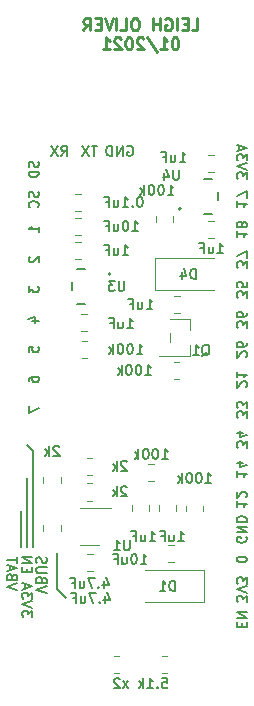
<source format=gbr>
%TF.GenerationSoftware,KiCad,Pcbnew,5.99.0-unknown-fc7f1d1d86~106~ubuntu20.04.1*%
%TF.CreationDate,2021-01-14T15:04:19+11:00*%
%TF.ProjectId,esp32-s2-feather,65737033-322d-4733-922d-666561746865,rev?*%
%TF.SameCoordinates,Original*%
%TF.FileFunction,Legend,Bot*%
%TF.FilePolarity,Positive*%
%FSLAX46Y46*%
G04 Gerber Fmt 4.6, Leading zero omitted, Abs format (unit mm)*
G04 Created by KiCad (PCBNEW 5.99.0-unknown-fc7f1d1d86~106~ubuntu20.04.1) date 2021-01-14 15:04:19*
%MOMM*%
%LPD*%
G01*
G04 APERTURE LIST*
%ADD10C,0.200000*%
%ADD11C,0.175000*%
%ADD12C,0.250000*%
%ADD13C,0.120000*%
%ADD14C,0.127000*%
G04 APERTURE END LIST*
D10*
X180594000Y-93472000D02*
X179832000Y-92710000D01*
D11*
X177800000Y-81026000D02*
X177800000Y-89154000D01*
X176784000Y-86106000D02*
X176784000Y-89154000D01*
D10*
X179832000Y-92710000D02*
X179832000Y-89662000D01*
D11*
X177292000Y-83312000D02*
X177292000Y-89154000D01*
X177292000Y-80518000D02*
X177800000Y-81026000D01*
X183273619Y-55160523D02*
X182787904Y-55160523D01*
X183030761Y-56010523D02*
X183030761Y-55160523D01*
X182585523Y-55160523D02*
X182018857Y-56010523D01*
X182018857Y-55160523D02*
X182585523Y-56010523D01*
X185813619Y-55201000D02*
X185894571Y-55160523D01*
X186016000Y-55160523D01*
X186137428Y-55201000D01*
X186218380Y-55281952D01*
X186258857Y-55362904D01*
X186299333Y-55524809D01*
X186299333Y-55646238D01*
X186258857Y-55808142D01*
X186218380Y-55889095D01*
X186137428Y-55970047D01*
X186016000Y-56010523D01*
X185935047Y-56010523D01*
X185813619Y-55970047D01*
X185773142Y-55929571D01*
X185773142Y-55646238D01*
X185935047Y-55646238D01*
X185408857Y-56010523D02*
X185408857Y-55160523D01*
X184923142Y-56010523D01*
X184923142Y-55160523D01*
X184518380Y-56010523D02*
X184518380Y-55160523D01*
X184316000Y-55160523D01*
X184194571Y-55201000D01*
X184113619Y-55281952D01*
X184073142Y-55362904D01*
X184032666Y-55524809D01*
X184032666Y-55646238D01*
X184073142Y-55808142D01*
X184113619Y-55889095D01*
X184194571Y-55970047D01*
X184316000Y-56010523D01*
X184518380Y-56010523D01*
X195878000Y-88277619D02*
X195918476Y-88358571D01*
X195918476Y-88480000D01*
X195878000Y-88601428D01*
X195797047Y-88682380D01*
X195716095Y-88722857D01*
X195554190Y-88763333D01*
X195432761Y-88763333D01*
X195270857Y-88722857D01*
X195189904Y-88682380D01*
X195108952Y-88601428D01*
X195068476Y-88480000D01*
X195068476Y-88399047D01*
X195108952Y-88277619D01*
X195149428Y-88237142D01*
X195432761Y-88237142D01*
X195432761Y-88399047D01*
X195068476Y-87872857D02*
X195918476Y-87872857D01*
X195068476Y-87387142D01*
X195918476Y-87387142D01*
X195068476Y-86982380D02*
X195918476Y-86982380D01*
X195918476Y-86780000D01*
X195878000Y-86658571D01*
X195797047Y-86577619D01*
X195716095Y-86537142D01*
X195554190Y-86496666D01*
X195432761Y-86496666D01*
X195270857Y-86537142D01*
X195189904Y-86577619D01*
X195108952Y-86658571D01*
X195068476Y-86780000D01*
X195068476Y-86982380D01*
X195918476Y-93762380D02*
X195918476Y-93236190D01*
X195594666Y-93519523D01*
X195594666Y-93398095D01*
X195554190Y-93317142D01*
X195513714Y-93276666D01*
X195432761Y-93236190D01*
X195230380Y-93236190D01*
X195149428Y-93276666D01*
X195108952Y-93317142D01*
X195068476Y-93398095D01*
X195068476Y-93640952D01*
X195108952Y-93721904D01*
X195149428Y-93762380D01*
X195918476Y-92993333D02*
X195068476Y-92710000D01*
X195918476Y-92426666D01*
X195918476Y-92224285D02*
X195918476Y-91698095D01*
X195594666Y-91981428D01*
X195594666Y-91860000D01*
X195554190Y-91779047D01*
X195513714Y-91738571D01*
X195432761Y-91698095D01*
X195230380Y-91698095D01*
X195149428Y-91738571D01*
X195108952Y-91779047D01*
X195068476Y-91860000D01*
X195068476Y-92102857D01*
X195108952Y-92183809D01*
X195149428Y-92224285D01*
X195068476Y-82711904D02*
X195068476Y-83197619D01*
X195068476Y-82954761D02*
X195918476Y-82954761D01*
X195797047Y-83035714D01*
X195716095Y-83116666D01*
X195675619Y-83197619D01*
X195635142Y-81983333D02*
X195068476Y-81983333D01*
X195958952Y-82185714D02*
X195351809Y-82388095D01*
X195351809Y-81861904D01*
X195918476Y-80698095D02*
X195918476Y-80171904D01*
X195594666Y-80455238D01*
X195594666Y-80333809D01*
X195554190Y-80252857D01*
X195513714Y-80212380D01*
X195432761Y-80171904D01*
X195230380Y-80171904D01*
X195149428Y-80212380D01*
X195108952Y-80252857D01*
X195068476Y-80333809D01*
X195068476Y-80576666D01*
X195108952Y-80657619D01*
X195149428Y-80698095D01*
X195635142Y-79443333D02*
X195068476Y-79443333D01*
X195958952Y-79645714D02*
X195351809Y-79848095D01*
X195351809Y-79321904D01*
X195837523Y-75577619D02*
X195878000Y-75537142D01*
X195918476Y-75456190D01*
X195918476Y-75253809D01*
X195878000Y-75172857D01*
X195837523Y-75132380D01*
X195756571Y-75091904D01*
X195675619Y-75091904D01*
X195554190Y-75132380D01*
X195068476Y-75618095D01*
X195068476Y-75091904D01*
X195068476Y-74282380D02*
X195068476Y-74768095D01*
X195068476Y-74525238D02*
X195918476Y-74525238D01*
X195797047Y-74606190D01*
X195716095Y-74687142D01*
X195675619Y-74768095D01*
X195918476Y-57930821D02*
X195918476Y-57404630D01*
X195594666Y-57687964D01*
X195594666Y-57566535D01*
X195554190Y-57485583D01*
X195513714Y-57445107D01*
X195432761Y-57404630D01*
X195230380Y-57404630D01*
X195149428Y-57445107D01*
X195108952Y-57485583D01*
X195068476Y-57566535D01*
X195068476Y-57809392D01*
X195108952Y-57890345D01*
X195149428Y-57930821D01*
X195918476Y-57161773D02*
X195068476Y-56878440D01*
X195918476Y-56595107D01*
X195918476Y-56392726D02*
X195918476Y-55866535D01*
X195594666Y-56149869D01*
X195594666Y-56028440D01*
X195554190Y-55947488D01*
X195513714Y-55907011D01*
X195432761Y-55866535D01*
X195230380Y-55866535D01*
X195149428Y-55907011D01*
X195108952Y-55947488D01*
X195068476Y-56028440D01*
X195068476Y-56271297D01*
X195108952Y-56352250D01*
X195149428Y-56392726D01*
X195311333Y-55542726D02*
X195311333Y-55137964D01*
X195068476Y-55623678D02*
X195918476Y-55340345D01*
X195068476Y-55057011D01*
X195837523Y-73037619D02*
X195878000Y-72997142D01*
X195918476Y-72916190D01*
X195918476Y-72713809D01*
X195878000Y-72632857D01*
X195837523Y-72592380D01*
X195756571Y-72551904D01*
X195675619Y-72551904D01*
X195554190Y-72592380D01*
X195068476Y-73078095D01*
X195068476Y-72551904D01*
X195918476Y-71823333D02*
X195918476Y-71985238D01*
X195878000Y-72066190D01*
X195837523Y-72106666D01*
X195716095Y-72187619D01*
X195554190Y-72228095D01*
X195230380Y-72228095D01*
X195149428Y-72187619D01*
X195108952Y-72147142D01*
X195068476Y-72066190D01*
X195068476Y-71904285D01*
X195108952Y-71823333D01*
X195149428Y-71782857D01*
X195230380Y-71742380D01*
X195432761Y-71742380D01*
X195513714Y-71782857D01*
X195554190Y-71823333D01*
X195594666Y-71904285D01*
X195594666Y-72066190D01*
X195554190Y-72147142D01*
X195513714Y-72187619D01*
X195432761Y-72228095D01*
X195918476Y-90210476D02*
X195918476Y-90129523D01*
X195878000Y-90048571D01*
X195837523Y-90008095D01*
X195756571Y-89967619D01*
X195594666Y-89927142D01*
X195392285Y-89927142D01*
X195230380Y-89967619D01*
X195149428Y-90008095D01*
X195108952Y-90048571D01*
X195068476Y-90129523D01*
X195068476Y-90210476D01*
X195108952Y-90291428D01*
X195149428Y-90331904D01*
X195230380Y-90372380D01*
X195392285Y-90412857D01*
X195594666Y-90412857D01*
X195756571Y-90372380D01*
X195837523Y-90331904D01*
X195878000Y-90291428D01*
X195918476Y-90210476D01*
X180227666Y-56010523D02*
X180511000Y-55605761D01*
X180713380Y-56010523D02*
X180713380Y-55160523D01*
X180389571Y-55160523D01*
X180308619Y-55201000D01*
X180268142Y-55241476D01*
X180227666Y-55322428D01*
X180227666Y-55443857D01*
X180268142Y-55524809D01*
X180308619Y-55565285D01*
X180389571Y-55605761D01*
X180713380Y-55605761D01*
X179944333Y-55160523D02*
X179377666Y-56010523D01*
X179377666Y-55160523D02*
X179944333Y-56010523D01*
X178311523Y-62472857D02*
X178311523Y-61987142D01*
X178311523Y-62230000D02*
X177461523Y-62230000D01*
X177582952Y-62149047D01*
X177663904Y-62068095D01*
X177704380Y-61987142D01*
X178271047Y-56482142D02*
X178311523Y-56603571D01*
X178311523Y-56805952D01*
X178271047Y-56886904D01*
X178230571Y-56927380D01*
X178149619Y-56967857D01*
X178068666Y-56967857D01*
X177987714Y-56927380D01*
X177947238Y-56886904D01*
X177906761Y-56805952D01*
X177866285Y-56644047D01*
X177825809Y-56563095D01*
X177785333Y-56522619D01*
X177704380Y-56482142D01*
X177623428Y-56482142D01*
X177542476Y-56522619D01*
X177502000Y-56563095D01*
X177461523Y-56644047D01*
X177461523Y-56846428D01*
X177502000Y-56967857D01*
X178311523Y-57332142D02*
X177461523Y-57332142D01*
X177461523Y-57534523D01*
X177502000Y-57655952D01*
X177582952Y-57736904D01*
X177663904Y-57777380D01*
X177825809Y-57817857D01*
X177947238Y-57817857D01*
X178109142Y-57777380D01*
X178190095Y-57736904D01*
X178271047Y-57655952D01*
X178311523Y-57534523D01*
X178311523Y-57332142D01*
X177542476Y-64527142D02*
X177502000Y-64567619D01*
X177461523Y-64648571D01*
X177461523Y-64850952D01*
X177502000Y-64931904D01*
X177542476Y-64972380D01*
X177623428Y-65012857D01*
X177704380Y-65012857D01*
X177825809Y-64972380D01*
X178311523Y-64486666D01*
X178311523Y-65012857D01*
X177461523Y-75091904D02*
X177461523Y-74930000D01*
X177502000Y-74849047D01*
X177542476Y-74808571D01*
X177663904Y-74727619D01*
X177825809Y-74687142D01*
X178149619Y-74687142D01*
X178230571Y-74727619D01*
X178271047Y-74768095D01*
X178311523Y-74849047D01*
X178311523Y-75010952D01*
X178271047Y-75091904D01*
X178230571Y-75132380D01*
X178149619Y-75172857D01*
X177947238Y-75172857D01*
X177866285Y-75132380D01*
X177825809Y-75091904D01*
X177785333Y-75010952D01*
X177785333Y-74849047D01*
X177825809Y-74768095D01*
X177866285Y-74727619D01*
X177947238Y-74687142D01*
D12*
X191277333Y-45367380D02*
X191753523Y-45367380D01*
X191753523Y-44367380D01*
X190944000Y-44843571D02*
X190610666Y-44843571D01*
X190467809Y-45367380D02*
X190944000Y-45367380D01*
X190944000Y-44367380D01*
X190467809Y-44367380D01*
X190039238Y-45367380D02*
X190039238Y-44367380D01*
X189039238Y-44415000D02*
X189134476Y-44367380D01*
X189277333Y-44367380D01*
X189420190Y-44415000D01*
X189515428Y-44510238D01*
X189563047Y-44605476D01*
X189610666Y-44795952D01*
X189610666Y-44938809D01*
X189563047Y-45129285D01*
X189515428Y-45224523D01*
X189420190Y-45319761D01*
X189277333Y-45367380D01*
X189182095Y-45367380D01*
X189039238Y-45319761D01*
X188991619Y-45272142D01*
X188991619Y-44938809D01*
X189182095Y-44938809D01*
X188563047Y-45367380D02*
X188563047Y-44367380D01*
X188563047Y-44843571D02*
X187991619Y-44843571D01*
X187991619Y-45367380D02*
X187991619Y-44367380D01*
X186563047Y-44367380D02*
X186372571Y-44367380D01*
X186277333Y-44415000D01*
X186182095Y-44510238D01*
X186134476Y-44700714D01*
X186134476Y-45034047D01*
X186182095Y-45224523D01*
X186277333Y-45319761D01*
X186372571Y-45367380D01*
X186563047Y-45367380D01*
X186658285Y-45319761D01*
X186753523Y-45224523D01*
X186801142Y-45034047D01*
X186801142Y-44700714D01*
X186753523Y-44510238D01*
X186658285Y-44415000D01*
X186563047Y-44367380D01*
X185229714Y-45367380D02*
X185705904Y-45367380D01*
X185705904Y-44367380D01*
X184896380Y-45367380D02*
X184896380Y-44367380D01*
X184563047Y-44367380D02*
X184229714Y-45367380D01*
X183896380Y-44367380D01*
X183563047Y-44843571D02*
X183229714Y-44843571D01*
X183086857Y-45367380D02*
X183563047Y-45367380D01*
X183563047Y-44367380D01*
X183086857Y-44367380D01*
X182086857Y-45367380D02*
X182420190Y-44891190D01*
X182658285Y-45367380D02*
X182658285Y-44367380D01*
X182277333Y-44367380D01*
X182182095Y-44415000D01*
X182134476Y-44462619D01*
X182086857Y-44557857D01*
X182086857Y-44700714D01*
X182134476Y-44795952D01*
X182182095Y-44843571D01*
X182277333Y-44891190D01*
X182658285Y-44891190D01*
X189896380Y-45977380D02*
X189801142Y-45977380D01*
X189705904Y-46025000D01*
X189658285Y-46072619D01*
X189610666Y-46167857D01*
X189563047Y-46358333D01*
X189563047Y-46596428D01*
X189610666Y-46786904D01*
X189658285Y-46882142D01*
X189705904Y-46929761D01*
X189801142Y-46977380D01*
X189896380Y-46977380D01*
X189991619Y-46929761D01*
X190039238Y-46882142D01*
X190086857Y-46786904D01*
X190134476Y-46596428D01*
X190134476Y-46358333D01*
X190086857Y-46167857D01*
X190039238Y-46072619D01*
X189991619Y-46025000D01*
X189896380Y-45977380D01*
X188610666Y-46977380D02*
X189182095Y-46977380D01*
X188896380Y-46977380D02*
X188896380Y-45977380D01*
X188991619Y-46120238D01*
X189086857Y-46215476D01*
X189182095Y-46263095D01*
X187467809Y-45929761D02*
X188324952Y-47215476D01*
X187182095Y-46072619D02*
X187134476Y-46025000D01*
X187039238Y-45977380D01*
X186801142Y-45977380D01*
X186705904Y-46025000D01*
X186658285Y-46072619D01*
X186610666Y-46167857D01*
X186610666Y-46263095D01*
X186658285Y-46405952D01*
X187229714Y-46977380D01*
X186610666Y-46977380D01*
X185991619Y-45977380D02*
X185896380Y-45977380D01*
X185801142Y-46025000D01*
X185753523Y-46072619D01*
X185705904Y-46167857D01*
X185658285Y-46358333D01*
X185658285Y-46596428D01*
X185705904Y-46786904D01*
X185753523Y-46882142D01*
X185801142Y-46929761D01*
X185896380Y-46977380D01*
X185991619Y-46977380D01*
X186086857Y-46929761D01*
X186134476Y-46882142D01*
X186182095Y-46786904D01*
X186229714Y-46596428D01*
X186229714Y-46358333D01*
X186182095Y-46167857D01*
X186134476Y-46072619D01*
X186086857Y-46025000D01*
X185991619Y-45977380D01*
X185277333Y-46072619D02*
X185229714Y-46025000D01*
X185134476Y-45977380D01*
X184896380Y-45977380D01*
X184801142Y-46025000D01*
X184753523Y-46072619D01*
X184705904Y-46167857D01*
X184705904Y-46263095D01*
X184753523Y-46405952D01*
X185324952Y-46977380D01*
X184705904Y-46977380D01*
X183753523Y-46977380D02*
X184324952Y-46977380D01*
X184039238Y-46977380D02*
X184039238Y-45977380D01*
X184134476Y-46120238D01*
X184229714Y-46215476D01*
X184324952Y-46263095D01*
D11*
X178271047Y-59022142D02*
X178311523Y-59143571D01*
X178311523Y-59345952D01*
X178271047Y-59426904D01*
X178230571Y-59467380D01*
X178149619Y-59507857D01*
X178068666Y-59507857D01*
X177987714Y-59467380D01*
X177947238Y-59426904D01*
X177906761Y-59345952D01*
X177866285Y-59184047D01*
X177825809Y-59103095D01*
X177785333Y-59062619D01*
X177704380Y-59022142D01*
X177623428Y-59022142D01*
X177542476Y-59062619D01*
X177502000Y-59103095D01*
X177461523Y-59184047D01*
X177461523Y-59386428D01*
X177502000Y-59507857D01*
X178230571Y-60357857D02*
X178271047Y-60317380D01*
X178311523Y-60195952D01*
X178311523Y-60115000D01*
X178271047Y-59993571D01*
X178190095Y-59912619D01*
X178109142Y-59872142D01*
X177947238Y-59831666D01*
X177825809Y-59831666D01*
X177663904Y-59872142D01*
X177582952Y-59912619D01*
X177502000Y-59993571D01*
X177461523Y-60115000D01*
X177461523Y-60195952D01*
X177502000Y-60317380D01*
X177542476Y-60357857D01*
X195918476Y-78158095D02*
X195918476Y-77631904D01*
X195594666Y-77915238D01*
X195594666Y-77793809D01*
X195554190Y-77712857D01*
X195513714Y-77672380D01*
X195432761Y-77631904D01*
X195230380Y-77631904D01*
X195149428Y-77672380D01*
X195108952Y-77712857D01*
X195068476Y-77793809D01*
X195068476Y-78036666D01*
X195108952Y-78117619D01*
X195149428Y-78158095D01*
X195918476Y-77348571D02*
X195918476Y-76822380D01*
X195594666Y-77105714D01*
X195594666Y-76984285D01*
X195554190Y-76903333D01*
X195513714Y-76862857D01*
X195432761Y-76822380D01*
X195230380Y-76822380D01*
X195149428Y-76862857D01*
X195108952Y-76903333D01*
X195068476Y-76984285D01*
X195068476Y-77227142D01*
X195108952Y-77308095D01*
X195149428Y-77348571D01*
X195068476Y-62391904D02*
X195068476Y-62877619D01*
X195068476Y-62634761D02*
X195918476Y-62634761D01*
X195797047Y-62715714D01*
X195716095Y-62796666D01*
X195675619Y-62877619D01*
X195554190Y-61906190D02*
X195594666Y-61987142D01*
X195635142Y-62027619D01*
X195716095Y-62068095D01*
X195756571Y-62068095D01*
X195837523Y-62027619D01*
X195878000Y-61987142D01*
X195918476Y-61906190D01*
X195918476Y-61744285D01*
X195878000Y-61663333D01*
X195837523Y-61622857D01*
X195756571Y-61582380D01*
X195716095Y-61582380D01*
X195635142Y-61622857D01*
X195594666Y-61663333D01*
X195554190Y-61744285D01*
X195554190Y-61906190D01*
X195513714Y-61987142D01*
X195473238Y-62027619D01*
X195392285Y-62068095D01*
X195230380Y-62068095D01*
X195149428Y-62027619D01*
X195108952Y-61987142D01*
X195068476Y-61906190D01*
X195068476Y-61744285D01*
X195108952Y-61663333D01*
X195149428Y-61622857D01*
X195230380Y-61582380D01*
X195392285Y-61582380D01*
X195473238Y-61622857D01*
X195513714Y-61663333D01*
X195554190Y-61744285D01*
X195513714Y-95877380D02*
X195513714Y-95594047D01*
X195068476Y-95472619D02*
X195068476Y-95877380D01*
X195918476Y-95877380D01*
X195918476Y-95472619D01*
X195068476Y-95108333D02*
X195918476Y-95108333D01*
X195068476Y-94622619D01*
X195918476Y-94622619D01*
X177744857Y-70011904D02*
X178311523Y-70011904D01*
X177421047Y-69809523D02*
X178028190Y-69607142D01*
X178028190Y-70133333D01*
X195068476Y-85251904D02*
X195068476Y-85737619D01*
X195068476Y-85494761D02*
X195918476Y-85494761D01*
X195797047Y-85575714D01*
X195716095Y-85656666D01*
X195675619Y-85737619D01*
X195837523Y-84928095D02*
X195878000Y-84887619D01*
X195918476Y-84806666D01*
X195918476Y-84604285D01*
X195878000Y-84523333D01*
X195837523Y-84482857D01*
X195756571Y-84442380D01*
X195675619Y-84442380D01*
X195554190Y-84482857D01*
X195068476Y-84968571D01*
X195068476Y-84442380D01*
X177461523Y-67026666D02*
X177461523Y-67552857D01*
X177785333Y-67269523D01*
X177785333Y-67390952D01*
X177825809Y-67471904D01*
X177866285Y-67512380D01*
X177947238Y-67552857D01*
X178149619Y-67552857D01*
X178230571Y-67512380D01*
X178271047Y-67471904D01*
X178311523Y-67390952D01*
X178311523Y-67148095D01*
X178271047Y-67067142D01*
X178230571Y-67026666D01*
X176487476Y-92751159D02*
X175637476Y-92467826D01*
X176487476Y-92184492D01*
X176082714Y-91617826D02*
X176042238Y-91496397D01*
X176001761Y-91455921D01*
X175920809Y-91415445D01*
X175799380Y-91415445D01*
X175718428Y-91455921D01*
X175677952Y-91496397D01*
X175637476Y-91577350D01*
X175637476Y-91901159D01*
X176487476Y-91901159D01*
X176487476Y-91617826D01*
X176447000Y-91536873D01*
X176406523Y-91496397D01*
X176325571Y-91455921D01*
X176244619Y-91455921D01*
X176163666Y-91496397D01*
X176123190Y-91536873D01*
X176082714Y-91617826D01*
X176082714Y-91901159D01*
X175880333Y-91091635D02*
X175880333Y-90686873D01*
X175637476Y-91172588D02*
X176487476Y-90889254D01*
X175637476Y-90605921D01*
X176487476Y-90444016D02*
X176487476Y-89958302D01*
X175637476Y-90201159D02*
X176487476Y-90201159D01*
X195918476Y-67998095D02*
X195918476Y-67471904D01*
X195594666Y-67755238D01*
X195594666Y-67633809D01*
X195554190Y-67552857D01*
X195513714Y-67512380D01*
X195432761Y-67471904D01*
X195230380Y-67471904D01*
X195149428Y-67512380D01*
X195108952Y-67552857D01*
X195068476Y-67633809D01*
X195068476Y-67876666D01*
X195108952Y-67957619D01*
X195149428Y-67998095D01*
X195918476Y-66702857D02*
X195918476Y-67107619D01*
X195513714Y-67148095D01*
X195554190Y-67107619D01*
X195594666Y-67026666D01*
X195594666Y-66824285D01*
X195554190Y-66743333D01*
X195513714Y-66702857D01*
X195432761Y-66662380D01*
X195230380Y-66662380D01*
X195149428Y-66702857D01*
X195108952Y-66743333D01*
X195068476Y-66824285D01*
X195068476Y-67026666D01*
X195108952Y-67107619D01*
X195149428Y-67148095D01*
X178976676Y-93024169D02*
X178126676Y-92740835D01*
X178976676Y-92457502D01*
X178571914Y-91890835D02*
X178531438Y-91769407D01*
X178490961Y-91728930D01*
X178410009Y-91688454D01*
X178288580Y-91688454D01*
X178207628Y-91728930D01*
X178167152Y-91769407D01*
X178126676Y-91850359D01*
X178126676Y-92174169D01*
X178976676Y-92174169D01*
X178976676Y-91890835D01*
X178936200Y-91809883D01*
X178895723Y-91769407D01*
X178814771Y-91728930D01*
X178733819Y-91728930D01*
X178652866Y-91769407D01*
X178612390Y-91809883D01*
X178571914Y-91890835D01*
X178571914Y-92174169D01*
X178976676Y-91324169D02*
X178288580Y-91324169D01*
X178207628Y-91283692D01*
X178167152Y-91243216D01*
X178126676Y-91162264D01*
X178126676Y-91000359D01*
X178167152Y-90919407D01*
X178207628Y-90878930D01*
X178288580Y-90838454D01*
X178976676Y-90838454D01*
X178167152Y-90474169D02*
X178126676Y-90352740D01*
X178126676Y-90150359D01*
X178167152Y-90069407D01*
X178207628Y-90028930D01*
X178288580Y-89988454D01*
X178369533Y-89988454D01*
X178450485Y-90028930D01*
X178490961Y-90069407D01*
X178531438Y-90150359D01*
X178571914Y-90312264D01*
X178612390Y-90393216D01*
X178652866Y-90433692D01*
X178733819Y-90474169D01*
X178814771Y-90474169D01*
X178895723Y-90433692D01*
X178936200Y-90393216D01*
X178976676Y-90312264D01*
X178976676Y-90109883D01*
X178936200Y-89988454D01*
X177461523Y-72592380D02*
X177461523Y-72187619D01*
X177866285Y-72147142D01*
X177825809Y-72187619D01*
X177785333Y-72268571D01*
X177785333Y-72470952D01*
X177825809Y-72551904D01*
X177866285Y-72592380D01*
X177947238Y-72632857D01*
X178149619Y-72632857D01*
X178230571Y-72592380D01*
X178271047Y-72551904D01*
X178311523Y-72470952D01*
X178311523Y-72268571D01*
X178271047Y-72187619D01*
X178230571Y-72147142D01*
X195068476Y-59851904D02*
X195068476Y-60337619D01*
X195068476Y-60094761D02*
X195918476Y-60094761D01*
X195797047Y-60175714D01*
X195716095Y-60256666D01*
X195675619Y-60337619D01*
X195918476Y-59568571D02*
X195918476Y-59001904D01*
X195068476Y-59366190D01*
X177461523Y-77186666D02*
X177461523Y-77753333D01*
X178311523Y-77389047D01*
X195918476Y-65458095D02*
X195918476Y-64931904D01*
X195594666Y-65215238D01*
X195594666Y-65093809D01*
X195554190Y-65012857D01*
X195513714Y-64972380D01*
X195432761Y-64931904D01*
X195230380Y-64931904D01*
X195149428Y-64972380D01*
X195108952Y-65012857D01*
X195068476Y-65093809D01*
X195068476Y-65336666D01*
X195108952Y-65417619D01*
X195149428Y-65458095D01*
X195918476Y-64648571D02*
X195918476Y-64081904D01*
X195068476Y-64446190D01*
X177757476Y-95037654D02*
X177757476Y-94511464D01*
X177433666Y-94794797D01*
X177433666Y-94673369D01*
X177393190Y-94592416D01*
X177352714Y-94551940D01*
X177271761Y-94511464D01*
X177069380Y-94511464D01*
X176988428Y-94551940D01*
X176947952Y-94592416D01*
X176907476Y-94673369D01*
X176907476Y-94916226D01*
X176947952Y-94997178D01*
X176988428Y-95037654D01*
X177757476Y-94268607D02*
X176907476Y-93985273D01*
X177757476Y-93701940D01*
X177757476Y-93499559D02*
X177757476Y-92973369D01*
X177433666Y-93256702D01*
X177433666Y-93135273D01*
X177393190Y-93054321D01*
X177352714Y-93013845D01*
X177271761Y-92973369D01*
X177069380Y-92973369D01*
X176988428Y-93013845D01*
X176947952Y-93054321D01*
X176907476Y-93135273D01*
X176907476Y-93378130D01*
X176947952Y-93459083D01*
X176988428Y-93499559D01*
X177150333Y-92649559D02*
X177150333Y-92244797D01*
X176907476Y-92730511D02*
X177757476Y-92447178D01*
X176907476Y-92163845D01*
X177352714Y-91232892D02*
X177352714Y-90949559D01*
X176907476Y-90828130D02*
X176907476Y-91232892D01*
X177757476Y-91232892D01*
X177757476Y-90828130D01*
X176907476Y-90463845D02*
X177757476Y-90463845D01*
X176907476Y-89978130D01*
X177757476Y-89978130D01*
X195918476Y-70538095D02*
X195918476Y-70011904D01*
X195594666Y-70295238D01*
X195594666Y-70173809D01*
X195554190Y-70092857D01*
X195513714Y-70052380D01*
X195432761Y-70011904D01*
X195230380Y-70011904D01*
X195149428Y-70052380D01*
X195108952Y-70092857D01*
X195068476Y-70173809D01*
X195068476Y-70416666D01*
X195108952Y-70497619D01*
X195149428Y-70538095D01*
X195918476Y-69283333D02*
X195918476Y-69445238D01*
X195878000Y-69526190D01*
X195837523Y-69566666D01*
X195716095Y-69647619D01*
X195554190Y-69688095D01*
X195230380Y-69688095D01*
X195149428Y-69647619D01*
X195108952Y-69607142D01*
X195068476Y-69526190D01*
X195068476Y-69364285D01*
X195108952Y-69283333D01*
X195149428Y-69242857D01*
X195230380Y-69202380D01*
X195432761Y-69202380D01*
X195513714Y-69242857D01*
X195554190Y-69283333D01*
X195594666Y-69364285D01*
X195594666Y-69526190D01*
X195554190Y-69607142D01*
X195513714Y-69647619D01*
X195432761Y-69688095D01*
%TO.C,C13*%
X187701273Y-88649523D02*
X188186988Y-88649523D01*
X187944130Y-88649523D02*
X187944130Y-87799523D01*
X188025083Y-87920952D01*
X188106035Y-88001904D01*
X188186988Y-88042380D01*
X186972702Y-88082857D02*
X186972702Y-88649523D01*
X187336988Y-88082857D02*
X187336988Y-88528095D01*
X187296511Y-88609047D01*
X187215559Y-88649523D01*
X187094130Y-88649523D01*
X187013178Y-88609047D01*
X186972702Y-88568571D01*
X186284607Y-88204285D02*
X186567940Y-88204285D01*
X186567940Y-88649523D02*
X186567940Y-87799523D01*
X186163178Y-87799523D01*
%TO.C,R11*%
X186605797Y-72774523D02*
X187091511Y-72774523D01*
X186848654Y-72774523D02*
X186848654Y-71924523D01*
X186929607Y-72045952D01*
X187010559Y-72126904D01*
X187091511Y-72167380D01*
X186079607Y-71924523D02*
X185998654Y-71924523D01*
X185917702Y-71965000D01*
X185877226Y-72005476D01*
X185836750Y-72086428D01*
X185796273Y-72248333D01*
X185796273Y-72450714D01*
X185836750Y-72612619D01*
X185877226Y-72693571D01*
X185917702Y-72734047D01*
X185998654Y-72774523D01*
X186079607Y-72774523D01*
X186160559Y-72734047D01*
X186201035Y-72693571D01*
X186241511Y-72612619D01*
X186281988Y-72450714D01*
X186281988Y-72248333D01*
X186241511Y-72086428D01*
X186201035Y-72005476D01*
X186160559Y-71965000D01*
X186079607Y-71924523D01*
X185270083Y-71924523D02*
X185189130Y-71924523D01*
X185108178Y-71965000D01*
X185067702Y-72005476D01*
X185027226Y-72086428D01*
X184986750Y-72248333D01*
X184986750Y-72450714D01*
X185027226Y-72612619D01*
X185067702Y-72693571D01*
X185108178Y-72734047D01*
X185189130Y-72774523D01*
X185270083Y-72774523D01*
X185351035Y-72734047D01*
X185391511Y-72693571D01*
X185431988Y-72612619D01*
X185472464Y-72450714D01*
X185472464Y-72248333D01*
X185431988Y-72086428D01*
X185391511Y-72005476D01*
X185351035Y-71965000D01*
X185270083Y-71924523D01*
X184622464Y-72774523D02*
X184622464Y-71924523D01*
X184541511Y-72450714D02*
X184298654Y-72774523D01*
X184298654Y-72207857D02*
X184622464Y-72531666D01*
%TO.C,D4*%
X191635380Y-66424523D02*
X191635380Y-65574523D01*
X191433000Y-65574523D01*
X191311571Y-65615000D01*
X191230619Y-65695952D01*
X191190142Y-65776904D01*
X191149666Y-65938809D01*
X191149666Y-66060238D01*
X191190142Y-66222142D01*
X191230619Y-66303095D01*
X191311571Y-66384047D01*
X191433000Y-66424523D01*
X191635380Y-66424523D01*
X190421095Y-65857857D02*
X190421095Y-66424523D01*
X190623476Y-65534047D02*
X190825857Y-66141190D01*
X190299666Y-66141190D01*
%TO.C,C3*%
X186944630Y-90554523D02*
X187430345Y-90554523D01*
X187187488Y-90554523D02*
X187187488Y-89704523D01*
X187268440Y-89825952D01*
X187349392Y-89906904D01*
X187430345Y-89947380D01*
X186418440Y-89704523D02*
X186337488Y-89704523D01*
X186256535Y-89745000D01*
X186216059Y-89785476D01*
X186175583Y-89866428D01*
X186135107Y-90028333D01*
X186135107Y-90230714D01*
X186175583Y-90392619D01*
X186216059Y-90473571D01*
X186256535Y-90514047D01*
X186337488Y-90554523D01*
X186418440Y-90554523D01*
X186499392Y-90514047D01*
X186539869Y-90473571D01*
X186580345Y-90392619D01*
X186620821Y-90230714D01*
X186620821Y-90028333D01*
X186580345Y-89866428D01*
X186539869Y-89785476D01*
X186499392Y-89745000D01*
X186418440Y-89704523D01*
X185406535Y-89987857D02*
X185406535Y-90554523D01*
X185770821Y-89987857D02*
X185770821Y-90433095D01*
X185730345Y-90514047D01*
X185649392Y-90554523D01*
X185527964Y-90554523D01*
X185447011Y-90514047D01*
X185406535Y-90473571D01*
X184718440Y-90109285D02*
X185001773Y-90109285D01*
X185001773Y-90554523D02*
X185001773Y-89704523D01*
X184597011Y-89704523D01*
%TO.C,C8*%
X185415273Y-64392523D02*
X185900988Y-64392523D01*
X185658130Y-64392523D02*
X185658130Y-63542523D01*
X185739083Y-63663952D01*
X185820035Y-63744904D01*
X185900988Y-63785380D01*
X184686702Y-63825857D02*
X184686702Y-64392523D01*
X185050988Y-63825857D02*
X185050988Y-64271095D01*
X185010511Y-64352047D01*
X184929559Y-64392523D01*
X184808130Y-64392523D01*
X184727178Y-64352047D01*
X184686702Y-64311571D01*
X183998607Y-63947285D02*
X184281940Y-63947285D01*
X184281940Y-64392523D02*
X184281940Y-63542523D01*
X183877178Y-63542523D01*
%TO.C,C6*%
X185796273Y-70615523D02*
X186281988Y-70615523D01*
X186039130Y-70615523D02*
X186039130Y-69765523D01*
X186120083Y-69886952D01*
X186201035Y-69967904D01*
X186281988Y-70008380D01*
X185067702Y-70048857D02*
X185067702Y-70615523D01*
X185431988Y-70048857D02*
X185431988Y-70494095D01*
X185391511Y-70575047D01*
X185310559Y-70615523D01*
X185189130Y-70615523D01*
X185108178Y-70575047D01*
X185067702Y-70534571D01*
X184379607Y-70170285D02*
X184662940Y-70170285D01*
X184662940Y-70615523D02*
X184662940Y-69765523D01*
X184258178Y-69765523D01*
%TO.C,R3*%
X180037904Y-80641476D02*
X179997428Y-80601000D01*
X179916476Y-80560523D01*
X179714095Y-80560523D01*
X179633142Y-80601000D01*
X179592666Y-80641476D01*
X179552190Y-80722428D01*
X179552190Y-80803380D01*
X179592666Y-80924809D01*
X180078380Y-81410523D01*
X179552190Y-81410523D01*
X179187904Y-81410523D02*
X179187904Y-80560523D01*
X179106952Y-81086714D02*
X178864095Y-81410523D01*
X178864095Y-80843857D02*
X179187904Y-81167666D01*
%TO.C,R5*%
X185752904Y-84070476D02*
X185712428Y-84030000D01*
X185631476Y-83989523D01*
X185429095Y-83989523D01*
X185348142Y-84030000D01*
X185307666Y-84070476D01*
X185267190Y-84151428D01*
X185267190Y-84232380D01*
X185307666Y-84353809D01*
X185793380Y-84839523D01*
X185267190Y-84839523D01*
X184902904Y-84839523D02*
X184902904Y-83989523D01*
X184821952Y-84515714D02*
X184579095Y-84839523D01*
X184579095Y-84272857D02*
X184902904Y-84596666D01*
%TO.C,C4*%
X187452630Y-68964523D02*
X187938345Y-68964523D01*
X187695488Y-68964523D02*
X187695488Y-68114523D01*
X187776440Y-68235952D01*
X187857392Y-68316904D01*
X187938345Y-68357380D01*
X186724059Y-68397857D02*
X186724059Y-68964523D01*
X187088345Y-68397857D02*
X187088345Y-68843095D01*
X187047869Y-68924047D01*
X186966916Y-68964523D01*
X186845488Y-68964523D01*
X186764535Y-68924047D01*
X186724059Y-68883571D01*
X186035964Y-68519285D02*
X186319297Y-68519285D01*
X186319297Y-68964523D02*
X186319297Y-68114523D01*
X185914535Y-68114523D01*
%TO.C,C2*%
X183820047Y-92019857D02*
X183820047Y-92586523D01*
X184022428Y-91696047D02*
X184224809Y-92303190D01*
X183698619Y-92303190D01*
X183374809Y-92505571D02*
X183334333Y-92546047D01*
X183374809Y-92586523D01*
X183415285Y-92546047D01*
X183374809Y-92505571D01*
X183374809Y-92586523D01*
X183051000Y-91736523D02*
X182484333Y-91736523D01*
X182848619Y-92586523D01*
X181796238Y-92019857D02*
X181796238Y-92586523D01*
X182160523Y-92019857D02*
X182160523Y-92465095D01*
X182120047Y-92546047D01*
X182039095Y-92586523D01*
X181917666Y-92586523D01*
X181836714Y-92546047D01*
X181796238Y-92505571D01*
X181108142Y-92141285D02*
X181391476Y-92141285D01*
X181391476Y-92586523D02*
X181391476Y-91736523D01*
X180986714Y-91736523D01*
%TO.C,C11*%
X186912892Y-59478523D02*
X186831940Y-59478523D01*
X186750988Y-59519000D01*
X186710511Y-59559476D01*
X186670035Y-59640428D01*
X186629559Y-59802333D01*
X186629559Y-60004714D01*
X186670035Y-60166619D01*
X186710511Y-60247571D01*
X186750988Y-60288047D01*
X186831940Y-60328523D01*
X186912892Y-60328523D01*
X186993845Y-60288047D01*
X187034321Y-60247571D01*
X187074797Y-60166619D01*
X187115273Y-60004714D01*
X187115273Y-59802333D01*
X187074797Y-59640428D01*
X187034321Y-59559476D01*
X186993845Y-59519000D01*
X186912892Y-59478523D01*
X186265273Y-60247571D02*
X186224797Y-60288047D01*
X186265273Y-60328523D01*
X186305750Y-60288047D01*
X186265273Y-60247571D01*
X186265273Y-60328523D01*
X185415273Y-60328523D02*
X185900988Y-60328523D01*
X185658130Y-60328523D02*
X185658130Y-59478523D01*
X185739083Y-59599952D01*
X185820035Y-59680904D01*
X185900988Y-59721380D01*
X184686702Y-59761857D02*
X184686702Y-60328523D01*
X185050988Y-59761857D02*
X185050988Y-60207095D01*
X185010511Y-60288047D01*
X184929559Y-60328523D01*
X184808130Y-60328523D01*
X184727178Y-60288047D01*
X184686702Y-60247571D01*
X183998607Y-59883285D02*
X184281940Y-59883285D01*
X184281940Y-60328523D02*
X184281940Y-59478523D01*
X183877178Y-59478523D01*
%TO.C,C10*%
X186224797Y-62360523D02*
X186710511Y-62360523D01*
X186467654Y-62360523D02*
X186467654Y-61510523D01*
X186548607Y-61631952D01*
X186629559Y-61712904D01*
X186710511Y-61753380D01*
X185698607Y-61510523D02*
X185617654Y-61510523D01*
X185536702Y-61551000D01*
X185496226Y-61591476D01*
X185455750Y-61672428D01*
X185415273Y-61834333D01*
X185415273Y-62036714D01*
X185455750Y-62198619D01*
X185496226Y-62279571D01*
X185536702Y-62320047D01*
X185617654Y-62360523D01*
X185698607Y-62360523D01*
X185779559Y-62320047D01*
X185820035Y-62279571D01*
X185860511Y-62198619D01*
X185900988Y-62036714D01*
X185900988Y-61834333D01*
X185860511Y-61672428D01*
X185820035Y-61591476D01*
X185779559Y-61551000D01*
X185698607Y-61510523D01*
X184686702Y-61793857D02*
X184686702Y-62360523D01*
X185050988Y-61793857D02*
X185050988Y-62239095D01*
X185010511Y-62320047D01*
X184929559Y-62360523D01*
X184808130Y-62360523D01*
X184727178Y-62320047D01*
X184686702Y-62279571D01*
X183998607Y-61915285D02*
X184281940Y-61915285D01*
X184281940Y-62360523D02*
X184281940Y-61510523D01*
X183877178Y-61510523D01*
%TO.C,R4*%
X185752904Y-81911476D02*
X185712428Y-81871000D01*
X185631476Y-81830523D01*
X185429095Y-81830523D01*
X185348142Y-81871000D01*
X185307666Y-81911476D01*
X185267190Y-81992428D01*
X185267190Y-82073380D01*
X185307666Y-82194809D01*
X185793380Y-82680523D01*
X185267190Y-82680523D01*
X184902904Y-82680523D02*
X184902904Y-81830523D01*
X184821952Y-82356714D02*
X184579095Y-82680523D01*
X184579095Y-82113857D02*
X184902904Y-82437666D01*
%TO.C,Q1*%
X192140702Y-72939476D02*
X192221654Y-72899000D01*
X192302607Y-72818047D01*
X192424035Y-72696619D01*
X192504988Y-72656142D01*
X192585940Y-72656142D01*
X192545464Y-72858523D02*
X192626416Y-72818047D01*
X192707369Y-72737095D01*
X192747845Y-72575190D01*
X192747845Y-72291857D01*
X192707369Y-72129952D01*
X192626416Y-72049000D01*
X192545464Y-72008523D01*
X192383559Y-72008523D01*
X192302607Y-72049000D01*
X192221654Y-72129952D01*
X192181178Y-72291857D01*
X192181178Y-72575190D01*
X192221654Y-72737095D01*
X192302607Y-72818047D01*
X192383559Y-72858523D01*
X192545464Y-72858523D01*
X191371654Y-72858523D02*
X191857369Y-72858523D01*
X191614511Y-72858523D02*
X191614511Y-72008523D01*
X191695464Y-72129952D01*
X191776416Y-72210904D01*
X191857369Y-72251380D01*
%TO.C,D1*%
X189857380Y-92840523D02*
X189857380Y-91990523D01*
X189655000Y-91990523D01*
X189533571Y-92031000D01*
X189452619Y-92111952D01*
X189412142Y-92192904D01*
X189371666Y-92354809D01*
X189371666Y-92476238D01*
X189412142Y-92638142D01*
X189452619Y-92719095D01*
X189533571Y-92800047D01*
X189655000Y-92840523D01*
X189857380Y-92840523D01*
X188562142Y-92840523D02*
X189047857Y-92840523D01*
X188805000Y-92840523D02*
X188805000Y-91990523D01*
X188885952Y-92111952D01*
X188966904Y-92192904D01*
X189047857Y-92233380D01*
%TO.C,C12*%
X190114273Y-88649523D02*
X190599988Y-88649523D01*
X190357130Y-88649523D02*
X190357130Y-87799523D01*
X190438083Y-87920952D01*
X190519035Y-88001904D01*
X190599988Y-88042380D01*
X189385702Y-88082857D02*
X189385702Y-88649523D01*
X189749988Y-88082857D02*
X189749988Y-88528095D01*
X189709511Y-88609047D01*
X189628559Y-88649523D01*
X189507130Y-88649523D01*
X189426178Y-88609047D01*
X189385702Y-88568571D01*
X188697607Y-88204285D02*
X188980940Y-88204285D01*
X188980940Y-88649523D02*
X188980940Y-87799523D01*
X188576178Y-87799523D01*
%TO.C,R13*%
X192426714Y-83696523D02*
X192912428Y-83696523D01*
X192669571Y-83696523D02*
X192669571Y-82846523D01*
X192750523Y-82967952D01*
X192831476Y-83048904D01*
X192912428Y-83089380D01*
X191900523Y-82846523D02*
X191819571Y-82846523D01*
X191738619Y-82887000D01*
X191698142Y-82927476D01*
X191657666Y-83008428D01*
X191617190Y-83170333D01*
X191617190Y-83372714D01*
X191657666Y-83534619D01*
X191698142Y-83615571D01*
X191738619Y-83656047D01*
X191819571Y-83696523D01*
X191900523Y-83696523D01*
X191981476Y-83656047D01*
X192021952Y-83615571D01*
X192062428Y-83534619D01*
X192102904Y-83372714D01*
X192102904Y-83170333D01*
X192062428Y-83008428D01*
X192021952Y-82927476D01*
X191981476Y-82887000D01*
X191900523Y-82846523D01*
X191091000Y-82846523D02*
X191010047Y-82846523D01*
X190929095Y-82887000D01*
X190888619Y-82927476D01*
X190848142Y-83008428D01*
X190807666Y-83170333D01*
X190807666Y-83372714D01*
X190848142Y-83534619D01*
X190888619Y-83615571D01*
X190929095Y-83656047D01*
X191010047Y-83696523D01*
X191091000Y-83696523D01*
X191171952Y-83656047D01*
X191212428Y-83615571D01*
X191252904Y-83534619D01*
X191293380Y-83372714D01*
X191293380Y-83170333D01*
X191252904Y-83008428D01*
X191212428Y-82927476D01*
X191171952Y-82887000D01*
X191091000Y-82846523D01*
X190443380Y-83696523D02*
X190443380Y-82846523D01*
X190362428Y-83372714D02*
X190119571Y-83696523D01*
X190119571Y-83129857D02*
X190443380Y-83453666D01*
%TO.C,R6*%
X187325630Y-74552523D02*
X187811345Y-74552523D01*
X187568488Y-74552523D02*
X187568488Y-73702523D01*
X187649440Y-73823952D01*
X187730392Y-73904904D01*
X187811345Y-73945380D01*
X186799440Y-73702523D02*
X186718488Y-73702523D01*
X186637535Y-73743000D01*
X186597059Y-73783476D01*
X186556583Y-73864428D01*
X186516107Y-74026333D01*
X186516107Y-74228714D01*
X186556583Y-74390619D01*
X186597059Y-74471571D01*
X186637535Y-74512047D01*
X186718488Y-74552523D01*
X186799440Y-74552523D01*
X186880392Y-74512047D01*
X186920869Y-74471571D01*
X186961345Y-74390619D01*
X187001821Y-74228714D01*
X187001821Y-74026333D01*
X186961345Y-73864428D01*
X186920869Y-73783476D01*
X186880392Y-73743000D01*
X186799440Y-73702523D01*
X185989916Y-73702523D02*
X185908964Y-73702523D01*
X185828011Y-73743000D01*
X185787535Y-73783476D01*
X185747059Y-73864428D01*
X185706583Y-74026333D01*
X185706583Y-74228714D01*
X185747059Y-74390619D01*
X185787535Y-74471571D01*
X185828011Y-74512047D01*
X185908964Y-74552523D01*
X185989916Y-74552523D01*
X186070869Y-74512047D01*
X186111345Y-74471571D01*
X186151821Y-74390619D01*
X186192297Y-74228714D01*
X186192297Y-74026333D01*
X186151821Y-73864428D01*
X186111345Y-73783476D01*
X186070869Y-73743000D01*
X185989916Y-73702523D01*
X185342297Y-74552523D02*
X185342297Y-73702523D01*
X185261345Y-74228714D02*
X185018488Y-74552523D01*
X185018488Y-73985857D02*
X185342297Y-74309666D01*
%TO.C,U1*%
X186015369Y-88536123D02*
X186015369Y-89224219D01*
X185974892Y-89305171D01*
X185934416Y-89345647D01*
X185853464Y-89386123D01*
X185691559Y-89386123D01*
X185610607Y-89345647D01*
X185570130Y-89305171D01*
X185529654Y-89224219D01*
X185529654Y-88536123D01*
X184679654Y-89386123D02*
X185165369Y-89386123D01*
X184922511Y-89386123D02*
X184922511Y-88536123D01*
X185003464Y-88657552D01*
X185084416Y-88738504D01*
X185165369Y-88778980D01*
%TO.C,U3*%
X185559619Y-66590523D02*
X185559619Y-67278619D01*
X185519142Y-67359571D01*
X185478666Y-67400047D01*
X185397714Y-67440523D01*
X185235809Y-67440523D01*
X185154857Y-67400047D01*
X185114380Y-67359571D01*
X185073904Y-67278619D01*
X185073904Y-66590523D01*
X184750095Y-66590523D02*
X184223904Y-66590523D01*
X184507238Y-66914333D01*
X184385809Y-66914333D01*
X184304857Y-66954809D01*
X184264380Y-66995285D01*
X184223904Y-67076238D01*
X184223904Y-67278619D01*
X184264380Y-67359571D01*
X184304857Y-67400047D01*
X184385809Y-67440523D01*
X184628666Y-67440523D01*
X184709619Y-67400047D01*
X184750095Y-67359571D01*
%TO.C,C9*%
X190246630Y-56518523D02*
X190732345Y-56518523D01*
X190489488Y-56518523D02*
X190489488Y-55668523D01*
X190570440Y-55789952D01*
X190651392Y-55870904D01*
X190732345Y-55911380D01*
X189518059Y-55951857D02*
X189518059Y-56518523D01*
X189882345Y-55951857D02*
X189882345Y-56397095D01*
X189841869Y-56478047D01*
X189760916Y-56518523D01*
X189639488Y-56518523D01*
X189558535Y-56478047D01*
X189518059Y-56437571D01*
X188829964Y-56073285D02*
X189113297Y-56073285D01*
X189113297Y-56518523D02*
X189113297Y-55668523D01*
X188708535Y-55668523D01*
%TO.C,R12*%
X189230630Y-59312523D02*
X189716345Y-59312523D01*
X189473488Y-59312523D02*
X189473488Y-58462523D01*
X189554440Y-58583952D01*
X189635392Y-58664904D01*
X189716345Y-58705380D01*
X188704440Y-58462523D02*
X188623488Y-58462523D01*
X188542535Y-58503000D01*
X188502059Y-58543476D01*
X188461583Y-58624428D01*
X188421107Y-58786333D01*
X188421107Y-58988714D01*
X188461583Y-59150619D01*
X188502059Y-59231571D01*
X188542535Y-59272047D01*
X188623488Y-59312523D01*
X188704440Y-59312523D01*
X188785392Y-59272047D01*
X188825869Y-59231571D01*
X188866345Y-59150619D01*
X188906821Y-58988714D01*
X188906821Y-58786333D01*
X188866345Y-58624428D01*
X188825869Y-58543476D01*
X188785392Y-58503000D01*
X188704440Y-58462523D01*
X187894916Y-58462523D02*
X187813964Y-58462523D01*
X187733011Y-58503000D01*
X187692535Y-58543476D01*
X187652059Y-58624428D01*
X187611583Y-58786333D01*
X187611583Y-58988714D01*
X187652059Y-59150619D01*
X187692535Y-59231571D01*
X187733011Y-59272047D01*
X187813964Y-59312523D01*
X187894916Y-59312523D01*
X187975869Y-59272047D01*
X188016345Y-59231571D01*
X188056821Y-59150619D01*
X188097297Y-58988714D01*
X188097297Y-58786333D01*
X188056821Y-58624428D01*
X188016345Y-58543476D01*
X187975869Y-58503000D01*
X187894916Y-58462523D01*
X187247297Y-59312523D02*
X187247297Y-58462523D01*
X187166345Y-58988714D02*
X186923488Y-59312523D01*
X186923488Y-58745857D02*
X187247297Y-59069666D01*
%TO.C,R1*%
X188765428Y-100220123D02*
X189170190Y-100220123D01*
X189210666Y-100624885D01*
X189170190Y-100584409D01*
X189089238Y-100543933D01*
X188886857Y-100543933D01*
X188805904Y-100584409D01*
X188765428Y-100624885D01*
X188724952Y-100705838D01*
X188724952Y-100908219D01*
X188765428Y-100989171D01*
X188805904Y-101029647D01*
X188886857Y-101070123D01*
X189089238Y-101070123D01*
X189170190Y-101029647D01*
X189210666Y-100989171D01*
X188360666Y-100989171D02*
X188320190Y-101029647D01*
X188360666Y-101070123D01*
X188401142Y-101029647D01*
X188360666Y-100989171D01*
X188360666Y-101070123D01*
X187510666Y-101070123D02*
X187996380Y-101070123D01*
X187753523Y-101070123D02*
X187753523Y-100220123D01*
X187834476Y-100341552D01*
X187915428Y-100422504D01*
X187996380Y-100462980D01*
X187146380Y-101070123D02*
X187146380Y-100220123D01*
X187065428Y-100746314D02*
X186822571Y-101070123D01*
X186822571Y-100503457D02*
X187146380Y-100827266D01*
X185891619Y-101070123D02*
X185446380Y-100503457D01*
X185891619Y-100503457D02*
X185446380Y-101070123D01*
X185163047Y-100301076D02*
X185122571Y-100260600D01*
X185041619Y-100220123D01*
X184839238Y-100220123D01*
X184758285Y-100260600D01*
X184717809Y-100301076D01*
X184677333Y-100382028D01*
X184677333Y-100462980D01*
X184717809Y-100584409D01*
X185203523Y-101070123D01*
X184677333Y-101070123D01*
%TO.C,C7*%
X193418952Y-64265523D02*
X193904666Y-64265523D01*
X193661809Y-64265523D02*
X193661809Y-63415523D01*
X193742761Y-63536952D01*
X193823714Y-63617904D01*
X193904666Y-63658380D01*
X192690380Y-63698857D02*
X192690380Y-64265523D01*
X193054666Y-63698857D02*
X193054666Y-64144095D01*
X193014190Y-64225047D01*
X192933238Y-64265523D01*
X192811809Y-64265523D01*
X192730857Y-64225047D01*
X192690380Y-64184571D01*
X192002285Y-63820285D02*
X192285619Y-63820285D01*
X192285619Y-64265523D02*
X192285619Y-63415523D01*
X191880857Y-63415523D01*
%TO.C,R14*%
X188743714Y-81664523D02*
X189229428Y-81664523D01*
X188986571Y-81664523D02*
X188986571Y-80814523D01*
X189067523Y-80935952D01*
X189148476Y-81016904D01*
X189229428Y-81057380D01*
X188217523Y-80814523D02*
X188136571Y-80814523D01*
X188055619Y-80855000D01*
X188015142Y-80895476D01*
X187974666Y-80976428D01*
X187934190Y-81138333D01*
X187934190Y-81340714D01*
X187974666Y-81502619D01*
X188015142Y-81583571D01*
X188055619Y-81624047D01*
X188136571Y-81664523D01*
X188217523Y-81664523D01*
X188298476Y-81624047D01*
X188338952Y-81583571D01*
X188379428Y-81502619D01*
X188419904Y-81340714D01*
X188419904Y-81138333D01*
X188379428Y-80976428D01*
X188338952Y-80895476D01*
X188298476Y-80855000D01*
X188217523Y-80814523D01*
X187408000Y-80814523D02*
X187327047Y-80814523D01*
X187246095Y-80855000D01*
X187205619Y-80895476D01*
X187165142Y-80976428D01*
X187124666Y-81138333D01*
X187124666Y-81340714D01*
X187165142Y-81502619D01*
X187205619Y-81583571D01*
X187246095Y-81624047D01*
X187327047Y-81664523D01*
X187408000Y-81664523D01*
X187488952Y-81624047D01*
X187529428Y-81583571D01*
X187569904Y-81502619D01*
X187610380Y-81340714D01*
X187610380Y-81138333D01*
X187569904Y-80976428D01*
X187529428Y-80895476D01*
X187488952Y-80855000D01*
X187408000Y-80814523D01*
X186760380Y-81664523D02*
X186760380Y-80814523D01*
X186679428Y-81340714D02*
X186436571Y-81664523D01*
X186436571Y-81097857D02*
X186760380Y-81421666D01*
%TO.C,C1*%
X183916511Y-93289857D02*
X183916511Y-93856523D01*
X184118892Y-92966047D02*
X184321273Y-93573190D01*
X183795083Y-93573190D01*
X183471273Y-93775571D02*
X183430797Y-93816047D01*
X183471273Y-93856523D01*
X183511750Y-93816047D01*
X183471273Y-93775571D01*
X183471273Y-93856523D01*
X183147464Y-93006523D02*
X182580797Y-93006523D01*
X182945083Y-93856523D01*
X181892702Y-93289857D02*
X181892702Y-93856523D01*
X182256988Y-93289857D02*
X182256988Y-93735095D01*
X182216511Y-93816047D01*
X182135559Y-93856523D01*
X182014130Y-93856523D01*
X181933178Y-93816047D01*
X181892702Y-93775571D01*
X181204607Y-93411285D02*
X181487940Y-93411285D01*
X181487940Y-93856523D02*
X181487940Y-93006523D01*
X181083178Y-93006523D01*
%TO.C,U4*%
X190183869Y-57192523D02*
X190183869Y-57880619D01*
X190143392Y-57961571D01*
X190102916Y-58002047D01*
X190021964Y-58042523D01*
X189860059Y-58042523D01*
X189779107Y-58002047D01*
X189738630Y-57961571D01*
X189698154Y-57880619D01*
X189698154Y-57192523D01*
X188929107Y-57475857D02*
X188929107Y-58042523D01*
X189131488Y-57152047D02*
X189333869Y-57759190D01*
X188807678Y-57759190D01*
D13*
%TO.C,C13*%
X187679000Y-85590748D02*
X187679000Y-86113252D01*
X186209000Y-85590748D02*
X186209000Y-86113252D01*
%TO.C,R11*%
X182407263Y-73125001D02*
X181953135Y-73125001D01*
X182407263Y-71655001D02*
X181953135Y-71655001D01*
%TO.C,D4*%
X188182000Y-67400000D02*
X193162000Y-67400000D01*
X188182000Y-64680000D02*
X193162000Y-64680000D01*
X188182000Y-67400000D02*
X188182000Y-64680000D01*
%TO.C,C3*%
X189745252Y-88927000D02*
X189222748Y-88927000D01*
X189745252Y-90397000D02*
X189222748Y-90397000D01*
%TO.C,C8*%
X181379048Y-64743000D02*
X181901552Y-64743000D01*
X181379048Y-63273000D02*
X181901552Y-63273000D01*
%TO.C,C6*%
X182405652Y-70839000D02*
X181883148Y-70839000D01*
X182405652Y-69369000D02*
X181883148Y-69369000D01*
%TO.C,R3*%
X180186000Y-83666064D02*
X180186000Y-83211936D01*
X178716000Y-83666064D02*
X178716000Y-83211936D01*
%TO.C,R5*%
X182853064Y-85190000D02*
X182398936Y-85190000D01*
X182853064Y-83720000D02*
X182398936Y-83720000D01*
%TO.C,C4*%
X189730748Y-69315000D02*
X190253252Y-69315000D01*
X189730748Y-67845000D02*
X190253252Y-67845000D01*
%TO.C,C2*%
X182364748Y-91159000D02*
X182887252Y-91159000D01*
X182364748Y-89689000D02*
X182887252Y-89689000D01*
%TO.C,C11*%
X181375148Y-60679000D02*
X181897652Y-60679000D01*
X181375148Y-59209000D02*
X181897652Y-59209000D01*
%TO.C,C10*%
X181375148Y-61241000D02*
X181897652Y-61241000D01*
X181375148Y-62711000D02*
X181897652Y-62711000D01*
%TO.C,R4*%
X182853064Y-81561000D02*
X182398936Y-81561000D01*
X182853064Y-83031000D02*
X182398936Y-83031000D01*
%TO.C,Q1*%
X191096000Y-70724000D02*
X191096000Y-69824000D01*
X191096000Y-69824000D02*
X189396000Y-69824000D01*
X191096000Y-72924000D02*
X188496000Y-72924000D01*
X191096000Y-72924000D02*
X191096000Y-72024000D01*
X189396000Y-71024000D02*
X189396000Y-71724000D01*
%TO.C,D1*%
X192310000Y-91096000D02*
X187330000Y-91096000D01*
X192310000Y-93816000D02*
X187330000Y-93816000D01*
X192310000Y-91096000D02*
X192310000Y-93816000D01*
%TO.C,C12*%
X188495000Y-85590748D02*
X188495000Y-86113252D01*
X189965000Y-85590748D02*
X189965000Y-86113252D01*
%TO.C,R13*%
X190781000Y-85624936D02*
X190781000Y-86079064D01*
X192251000Y-85624936D02*
X192251000Y-86079064D01*
%TO.C,R6*%
X190219064Y-73433000D02*
X189764936Y-73433000D01*
X190219064Y-74903000D02*
X189764936Y-74903000D01*
%TO.C,U1*%
X182626000Y-88936000D02*
X181826000Y-88936000D01*
X182626000Y-88936000D02*
X183426000Y-88936000D01*
X182626000Y-85816000D02*
X184426000Y-85816000D01*
X182626000Y-85816000D02*
X181826000Y-85816000D01*
D14*
%TO.C,U3*%
X181094300Y-66721000D02*
X181094300Y-67391000D01*
X181564300Y-68506000D02*
X182224300Y-68506000D01*
X182224300Y-65606000D02*
X181564300Y-65606000D01*
D10*
X184404300Y-66006000D02*
G75*
G03*
X184404300Y-66006000I-100000J0D01*
G01*
D13*
%TO.C,C9*%
X193174252Y-57377000D02*
X192651748Y-57377000D01*
X193174252Y-55907000D02*
X192651748Y-55907000D01*
%TO.C,R12*%
X189711000Y-61568064D02*
X189711000Y-61113936D01*
X188241000Y-61568064D02*
X188241000Y-61113936D01*
%TO.C,R1*%
X185139064Y-98325000D02*
X184684936Y-98325000D01*
X185139064Y-99795000D02*
X184684936Y-99795000D01*
%TO.C,R2*%
X188748936Y-99795000D02*
X189203064Y-99795000D01*
X188748936Y-98325000D02*
X189203064Y-98325000D01*
%TO.C,C7*%
X192651748Y-62965000D02*
X193174252Y-62965000D01*
X192651748Y-61495000D02*
X193174252Y-61495000D01*
%TO.C,R14*%
X188060064Y-83539000D02*
X187605936Y-83539000D01*
X188060064Y-82069000D02*
X187605936Y-82069000D01*
%TO.C,C1*%
X180186000Y-87764252D02*
X180186000Y-87241748D01*
X178716000Y-87764252D02*
X178716000Y-87241748D01*
D14*
%TO.C,U4*%
X193459000Y-59771000D02*
X193459000Y-59101000D01*
X192329000Y-60886000D02*
X192989000Y-60886000D01*
X192989000Y-57986000D02*
X192329000Y-57986000D01*
D10*
X190349000Y-60486000D02*
G75*
G03*
X190349000Y-60486000I-100000J0D01*
G01*
%TD*%
M02*

</source>
